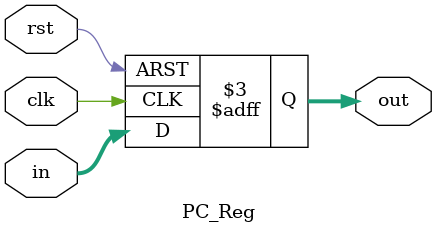
<source format=v>
`timescale 1ns/1ns

module PC_Reg (input clk, rst, input [31:0] in, output reg [31:0] out);

	initial out = 32'd0;

	always @(posedge clk, posedge rst) begin
		if (rst) out <= 32'd0;
		else out <= in;
	end
        
endmodule
</source>
